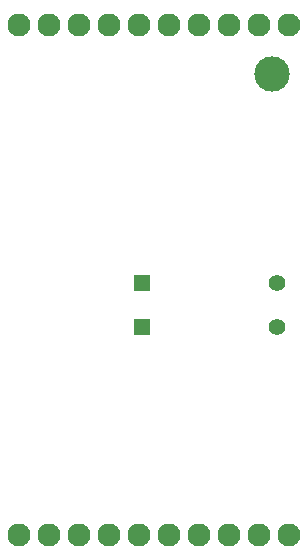
<source format=gbr>
%TF.GenerationSoftware,KiCad,Pcbnew,8.0.8*%
%TF.CreationDate,2025-03-02T23:05:47-05:00*%
%TF.ProjectId,Precharge Module V3.1,50726563-6861-4726-9765-204d6f64756c,rev?*%
%TF.SameCoordinates,Original*%
%TF.FileFunction,Soldermask,Bot*%
%TF.FilePolarity,Negative*%
%FSLAX46Y46*%
G04 Gerber Fmt 4.6, Leading zero omitted, Abs format (unit mm)*
G04 Created by KiCad (PCBNEW 8.0.8) date 2025-03-02 23:05:47*
%MOMM*%
%LPD*%
G01*
G04 APERTURE LIST*
%ADD10R,1.397000X1.397000*%
%ADD11C,1.397000*%
%ADD12C,3.000000*%
%ADD13C,1.954000*%
G04 APERTURE END LIST*
D10*
%TO.C,R6*%
X61250000Y-51000000D03*
D11*
X72680000Y-51000000D03*
%TD*%
D12*
%TO.C,PC COIL -*%
X72250000Y-29500000D03*
%TD*%
D10*
%TO.C,R8*%
X61250000Y-47250000D03*
D11*
X72680000Y-47250000D03*
%TD*%
D13*
%TO.C,J2*%
X50800000Y-68580000D03*
X53340000Y-68580000D03*
X55880000Y-68580000D03*
X58420000Y-68580000D03*
X60960000Y-68580000D03*
X63500000Y-68580000D03*
X66040000Y-68580000D03*
X68580000Y-68580000D03*
X71120000Y-68580000D03*
X73660000Y-68580000D03*
%TD*%
%TO.C,J1*%
X50800000Y-25400000D03*
X53340000Y-25400000D03*
X55880000Y-25400000D03*
X58420000Y-25400000D03*
X60960000Y-25400000D03*
X63500000Y-25400000D03*
X66040000Y-25400000D03*
X68580000Y-25400000D03*
X71120000Y-25400000D03*
X73660000Y-25400000D03*
%TD*%
M02*

</source>
